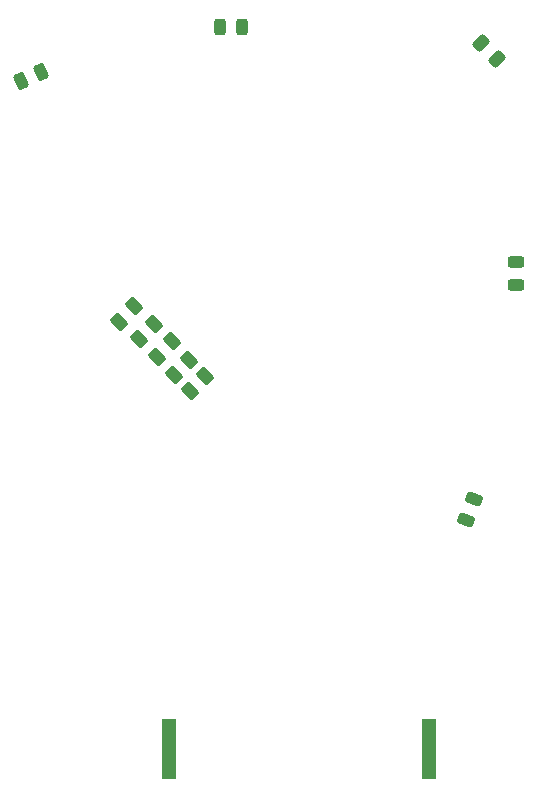
<source format=gbp>
G04 #@! TF.GenerationSoftware,KiCad,Pcbnew,(6.0.10-0)*
G04 #@! TF.CreationDate,2023-09-13T21:46:27+02:00*
G04 #@! TF.ProjectId,SwiftLeeds,53776966-744c-4656-9564-732e6b696361,rev?*
G04 #@! TF.SameCoordinates,Original*
G04 #@! TF.FileFunction,Paste,Bot*
G04 #@! TF.FilePolarity,Positive*
%FSLAX46Y46*%
G04 Gerber Fmt 4.6, Leading zero omitted, Abs format (unit mm)*
G04 Created by KiCad (PCBNEW (6.0.10-0)) date 2023-09-13 21:46:27*
%MOMM*%
%LPD*%
G01*
G04 APERTURE LIST*
G04 Aperture macros list*
%AMRoundRect*
0 Rectangle with rounded corners*
0 $1 Rounding radius*
0 $2 $3 $4 $5 $6 $7 $8 $9 X,Y pos of 4 corners*
0 Add a 4 corners polygon primitive as box body*
4,1,4,$2,$3,$4,$5,$6,$7,$8,$9,$2,$3,0*
0 Add four circle primitives for the rounded corners*
1,1,$1+$1,$2,$3*
1,1,$1+$1,$4,$5*
1,1,$1+$1,$6,$7*
1,1,$1+$1,$8,$9*
0 Add four rect primitives between the rounded corners*
20,1,$1+$1,$2,$3,$4,$5,0*
20,1,$1+$1,$4,$5,$6,$7,0*
20,1,$1+$1,$6,$7,$8,$9,0*
20,1,$1+$1,$8,$9,$2,$3,0*%
G04 Aperture macros list end*
%ADD10RoundRect,0.250000X-0.132583X0.503814X-0.503814X0.132583X0.132583X-0.503814X0.503814X-0.132583X0*%
%ADD11RoundRect,0.243750X0.345367X-0.385097X0.512102X0.073003X-0.345367X0.385097X-0.512102X-0.073003X0*%
%ADD12RoundRect,0.243750X0.456250X-0.243750X0.456250X0.243750X-0.456250X0.243750X-0.456250X-0.243750X0*%
%ADD13RoundRect,0.243750X0.494975X0.150260X0.150260X0.494975X-0.494975X-0.150260X-0.150260X-0.494975X0*%
%ADD14RoundRect,0.243750X0.243750X0.456250X-0.243750X0.456250X-0.243750X-0.456250X0.243750X-0.456250X0*%
%ADD15RoundRect,0.243750X0.028093X0.516516X-0.413732X0.310490X-0.028093X-0.516516X0.413732X-0.310490X0*%
%ADD16R,1.270000X5.080000*%
G04 APERTURE END LIST*
D10*
X139655235Y-72024765D03*
X138364765Y-73315235D03*
X137024765Y-71955235D03*
X138315235Y-70664765D03*
X135574765Y-70425235D03*
X136865235Y-69134765D03*
X134034765Y-68955235D03*
X135325235Y-67664765D03*
X133665235Y-66154765D03*
X132374765Y-67445235D03*
D11*
X161779356Y-84240962D03*
X162420644Y-82479038D03*
D12*
X165970000Y-64317500D03*
X165970000Y-62442500D03*
D13*
X164382913Y-45212913D03*
X163057087Y-43887087D03*
D14*
X140922500Y-42550000D03*
X142797500Y-42550000D03*
D15*
X124048457Y-47079293D03*
X125747785Y-46286883D03*
D16*
X136635000Y-103640000D03*
X158605000Y-103640000D03*
M02*

</source>
